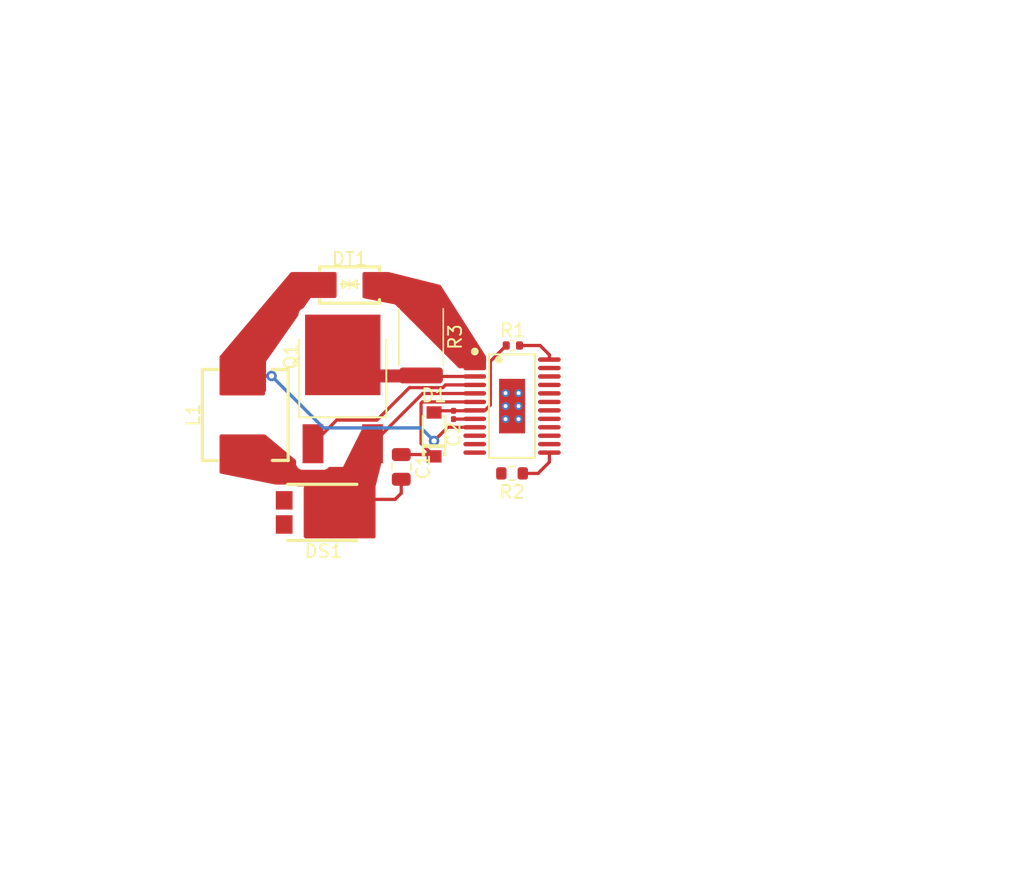
<source format=kicad_pcb>
(kicad_pcb (version 20240108) (generator "pcbnew") (generator_version "8.0")
  (layers (0 "F.Cu" signal) (31 "B.Cu" signal) (34 "B.Paste" user) (35 "F.Paste" user) (36 "B.SilkS" user "B.Silkscreen") (37 "F.SilkS" user "F.Silkscreen") (38 "B.Mask" user) (39 "F.Mask" user) (44 "Edge.Cuts" user))
  (net 0 "")
  (net 1 "gnd")
  (net 2 "sck")
  (net 3 "cs")
  (net 4 "ep")
  (net 5 "mosi")
  (net 6 "vled2")
  (net 7 "pwm_1")
  (net 8 "en_uv")
  (net 9 "miso")
  (net 10 "vcc")
  (net 11 "vcc-1")
  (net 12 "vcc-2")
  (net 13 "vcc2")
  (net 14 "boot2")
  (net 15 "vcc1")
  (net 16 "boot1")
  (net 17 "csn2")
  (net 18 "gate2")
  (net 19 "gate1")
  (net 20 "csn1")
  (net 21 "sw2")
  (net 22 "sw1")
  (net 23 "pwm2")
  (net 24 "csp2")
  (footprint "lib:C0805" (layer "F.Cu") (at 123.9775 70.5 -90)
    (property "Reference" "C1" (at 0 -1.68 90) (layer "F.SilkS"))
    (property "Value" "50V 150nF X7R ±10% 0805  Multilayer Ceramic Capacitors MLCC - SMD/SMT ROHS")
    (fp_line (start -0.261252 0.735) (end 0.261252 0.735) (stroke (width 0.12)) (layer "F.SilkS"))
    (fp_line (start -0.261252 -0.735) (end 0.261252 -0.735) (stroke (width 0.12)) (layer "F.SilkS"))
    (pad "1" smd roundrect (at -0.95 0 270) (size 1 1.45) (layers "F.Cu" "F.Paste" "F.Mask") (net 16 "boot1"))
    (pad "2" smd roundrect (at 0.95 0 270) (size 1 1.45) (layers "F.Cu" "F.Paste" "F.Mask") (net 22 "sw1"))
  )
  (footprint "lib:TO-277B-3_L5.4-W4.1-P1.85-LS6.5-TR" (layer "F.Cu") (at 117.0225 74 180)
    (property "Reference" "DS1" (at -0.9775 -3 360) (layer "F.SilkS"))
    (property "Value" "?")
    (fp_line (start 1.79 -2.16) (end -3.54 -2.16) (stroke (width 0.25)) (layer "F.SilkS"))
    (fp_line (start -3.54 2.16) (end 1.79 2.16) (stroke (width 0.25)) (layer "F.SilkS"))
    (pad "1" smd rect (at 2.05 -0.93 180) (size 1.29 1.42) (layers "F.Cu" "F.Paste" "F.Mask") (net 1 "gnd"))
    (pad "2" smd rect (at -2.05 0 180) (size 5.2 3.8) (layers "F.Cu" "F.Paste" "F.Mask") (net 22 "sw1"))
    (pad "3" smd rect (at 2.05 0.93 180) (size 1.29 1.42) (layers "F.Cu" "F.Paste" "F.Mask") (net 1 "gnd"))
  )
  (footprint "lib:HTSSOP-24_L7.8-W4.4-P0.65-BL-EP" (layer "F.Cu") (at 132.5 65.82 -90)
    (property "Reference" "U1" (hide yes))
    (property "Value" "?")
    (fp_line (start -3.98 1.77) (end -3.98 -1.77) (stroke (width 0.15)) (layer "F.SilkS"))
    (fp_line (start 3.98 1.77) (end -3.98 1.77) (stroke (width 0.15)) (layer "F.SilkS"))
    (fp_line (start -3.98 -1.77) (end 3.98 -1.77) (stroke (width 0.15)) (layer "F.SilkS"))
    (fp_line (start 3.98 -1.77) (end 3.98 1.77) (stroke (width 0.15)) (layer "F.SilkS"))
    (fp_circle (center -4.2 2.87) (end -4.05 2.87) (stroke (width 0.3)) (fill none) (layer "F.SilkS"))
    (fp_circle (center -3.58 1.02) (end -3.43 1.02) (stroke (width 0.3)) (fill none) (layer "F.SilkS"))
    (pad "" thru_hole circle (at -1 -0.5 270) (size 0.61 0.61) (drill 0.3) (layers "*.Cu" "*.Paste" "*.Mask"))
    (pad "" thru_hole circle (at -1 0.5 270) (size 0.61 0.61) (drill 0.3) (layers "*.Cu" "*.Paste" "*.Mask"))
    (pad "" thru_hole circle (at 0 -0.5 270) (size 0.61 0.61) (drill 0.3) (layers "*.Cu" "*.Paste" "*.Mask"))
    (pad "" thru_hole circle (at 0 0.5 270) (size 0.61 0.61) (drill 0.3) (layers "*.Cu" "*.Paste" "*.Mask"))
    (pad "" thru_hole circle (at 1 -0.5 270) (size 0.61 0.61) (drill 0.3) (layers "*.Cu" "*.Paste" "*.Mask"))
    (pad "" thru_hole circle (at 1 0.5 270) (size 0.61 0.61) (drill 0.3) (layers "*.Cu" "*.Paste" "*.Mask"))
    (pad "1" smd oval (at -3.58 2.87 270) (size 0.34 1.75) (layers "F.Cu" "F.Paste" "F.Mask") (net 11 "vcc-1"))
    (pad "2" smd oval (at -2.93 2.87 270) (size 0.34 1.75) (layers "F.Cu" "F.Paste" "F.Mask") (net 11 "vcc-1"))
    (pad "3" smd oval (at -2.28 2.87 270) (size 0.34 1.75) (layers "F.Cu" "F.Paste" "F.Mask") (net 20 "csn1"))
    (pad "4" smd oval (at -1.63 2.87 270) (size 0.34 1.75) (layers "F.Cu" "F.Paste" "F.Mask") (net 19 "gate1"))
    (pad "5" smd oval (at -0.98 2.87 270) (size 0.34 1.75) (layers "F.Cu" "F.Paste" "F.Mask") (net 22 "sw1"))
    (pad "6" smd oval (at -0.32 2.87 270) (size 0.34 1.75) (layers "F.Cu" "F.Paste" "F.Mask") (net 16 "boot1"))
    (pad "7" smd oval (at 0.33 2.87 270) (size 0.34 1.75) (layers "F.Cu" "F.Paste" "F.Mask") (net 15 "vcc1"))
    (pad "8" smd oval (at 0.98 2.87 270) (size 0.34 1.75) (layers "F.Cu" "F.Paste" "F.Mask") (net 1 "gnd"))
    (pad "9" smd oval (at 1.63 2.87 270) (size 0.34 1.75) (layers "F.Cu" "F.Paste" "F.Mask") (net 12 "vcc-2"))
    (pad "10" smd oval (at 2.28 2.87 270) (size 0.34 1.75) (layers "F.Cu" "F.Paste" "F.Mask") (net 7 "pwm_1"))
    (pad "11" smd oval (at 2.93 2.87 270) (size 0.34 1.75) (layers "F.Cu" "F.Paste" "F.Mask") (net 3 "cs"))
    (pad "12" smd oval (at 3.58 2.87 270) (size 0.34 1.75) (layers "F.Cu" "F.Paste" "F.Mask") (net 2 "sck"))
    (pad "13" smd oval (at 3.58 -2.87 270) (size 0.34 1.75) (layers "F.Cu" "F.Paste" "F.Mask") (net 9 "miso"))
    (pad "14" smd oval (at 2.93 -2.87 270) (size 0.34 1.75) (layers "F.Cu" "F.Paste" "F.Mask") (net 5 "mosi"))
    (pad "15" smd oval (at 2.28 -2.87 270) (size 0.34 1.75) (layers "F.Cu" "F.Paste" "F.Mask") (net 23 "pwm2"))
    (pad "16" smd oval (at 1.63 -2.87 270) (size 0.34 1.75) (layers "F.Cu" "F.Paste" "F.Mask") (net 6 "vled2"))
    (pad "17" smd oval (at 0.98 -2.87 270) (size 0.34 1.75) (layers "F.Cu" "F.Paste" "F.Mask") (net 1 "gnd"))
    (pad "18" smd oval (at 0.33 -2.87 270) (size 0.34 1.75) (layers "F.Cu" "F.Paste" "F.Mask") (net 13 "vcc2"))
    (pad "19" smd oval (at -0.32 -2.87 270) (size 0.34 1.75) (layers "F.Cu" "F.Paste" "F.Mask") (net 14 "boot2"))
    (pad "20" smd oval (at -0.98 -2.87 270) (size 0.34 1.75) (layers "F.Cu" "F.Paste" "F.Mask") (net 21 "sw2"))
    (pad "21" smd oval (at -1.63 -2.87 270) (size 0.34 1.75) (layers "F.Cu" "F.Paste" "F.Mask") (net 18 "gate2"))
    (pad "22" smd oval (at -2.28 -2.87 270) (size 0.34 1.75) (layers "F.Cu" "F.Paste" "F.Mask") (net 17 "csn2"))
    (pad "23" smd oval (at -2.93 -2.87 270) (size 0.34 1.75) (layers "F.Cu" "F.Paste" "F.Mask") (net 24 "csp2"))
    (pad "24" smd oval (at -3.58 -2.87 270) (size 0.34 1.75) (layers "F.Cu" "F.Paste" "F.Mask") (net 8 "en_uv"))
    (pad "25" smd rect (at 0 0 270) (size 4.2 2) (layers "F.Cu" "F.Paste" "F.Mask") (net 4 "ep"))
  )
  (footprint "lib:R0402" (layer "F.Cu") (at 132.561051 61.156761 180)
    (property "Reference" "R1" (at 0 1.156761 0) (layer "F.SilkS"))
    (property "Value" "62.5mW Thick Film Resistors 50V ±800ppm/℃ ±1% 0Ω 0402  Chip Resistor - Surface Mount ROHS")
    (fp_line (start -0.153641 0.38) (end 0.153641 0.38) (stroke (width 0.12)) (layer "F.SilkS"))
    (fp_line (start -0.153641 -0.38) (end 0.153641 -0.38) (stroke (width 0.12)) (layer "F.SilkS"))
    (pad "1" smd roundrect (at -0.51 0 180) (size 0.54 0.64) (layers "F.Cu" "F.Paste" "F.Mask") (net 8 "en_uv"))
    (pad "2" smd roundrect (at 0.51 0 180) (size 0.54 0.64) (layers "F.Cu" "F.Paste" "F.Mask") (net 15 "vcc1"))
  )
  (footprint "lib:R2512" (layer "F.Cu") (at 125.5 60.5 -90)
    (property "Reference" "R3" (at 0 -2.62 90) (layer "F.SilkS"))
    (property "Value" "?")
    (fp_line (start -2.177064 1.71) (end 2.177064 1.71) (stroke (width 0.12)) (layer "F.SilkS"))
    (fp_line (start -2.177064 -1.71) (end 2.177064 -1.71) (stroke (width 0.12)) (layer "F.SilkS"))
    (pad "1" smd roundrect (at -2.9625 0 270) (size 1.225 3.35) (layers "F.Cu" "F.Paste" "F.Mask") (roundrect_rratio 0.204082) (net 11 "vcc-1"))
    (pad "2" smd roundrect (at 2.9625 0 270) (size 1.225 3.35) (layers "F.Cu" "F.Paste" "F.Mask") (roundrect_rratio 0.204082) (net 20 "csn1"))
  )
  (footprint "lib:C0201" (layer "F.Cu") (at 128 66.5 -90)
    (property "Reference" "C2" (at 1.5 0 90) (layer "F.SilkS"))
    (property "Value" "6.3V 3uF X5R ±20% 0201  Multilayer Ceramic Capacitors MLCC - SMD/SMT ROHS")
    (pad "1" smd roundrect (at -0.32 0 270) (size 0.46 0.4) (layers "F.Cu" "F.Mask") (net 15 "vcc1"))
    (pad "2" smd roundrect (at 0.32 0 270) (size 0.46 0.4) (layers "F.Cu" "F.Mask") (net 1 "gnd"))
  )
  (footprint "lib:IND-SMD_L7.0-W6.6" (layer "F.Cu") (at 111.9775 66.5 90)
    (property "Reference" "L1" (at 0 -4 90) (layer "F.SilkS"))
    (property "Value" "?")
    (fp_line (start 3.5 -3.3) (end 3.5 -2.09) (stroke (width 0.25)) (layer "F.SilkS"))
    (fp_line (start 3.48 -3.3) (end 3.5 -3.28) (stroke (width 0.25)) (layer "F.SilkS"))
    (fp_line (start -3.5 -3.3) (end 3.48 -3.3) (stroke (width 0.25)) (layer "F.SilkS"))
    (fp_line (start -3.5 -2.09) (end -3.5 -3.3) (stroke (width 0.25)) (layer "F.SilkS"))
    (fp_line (start 3.5 2.08) (end 3.5 3.3) (stroke (width 0.25)) (layer "F.SilkS"))
    (fp_line (start 3.5 3.3) (end -3.49 3.3) (stroke (width 0.25)) (layer "F.SilkS"))
    (fp_line (start -3.49 3.3) (end -3.5 3.3) (stroke (width 0.25)) (layer "F.SilkS"))
    (fp_line (start -3.5 3.3) (end -3.5 2.08) (stroke (width 0.25)) (layer "F.SilkS"))
    (pad "1" smd rect (at -3 0 90) (size 2.4 3.2) (layers "F.Cu" "F.Paste" "F.Mask") (net 22 "sw1"))
    (pad "2" smd rect (at 3 0 90) (size 2.4 3.2) (layers "F.Cu" "F.Paste" "F.Mask") (net 12 "vcc-2"))
  )
  (footprint "lib:SOD-123_L2.8-W1.8-LS3.7-RD" (layer "F.Cu") (at 126.5 68 90)
    (property "Reference" "D1" (at 3 0 360) (layer "F.SilkS"))
    (property "Value" "?")
    (fp_line (start 1.41 -0.87) (end 1.41 -0.7) (stroke (width 0.15)) (layer "F.SilkS"))
    (fp_line (start -0.83 -0.87) (end -0.83 0.87) (stroke (width 0.15)) (layer "F.SilkS"))
    (fp_line (start -0.97 -0.87) (end -0.97 0.87) (stroke (width 0.15)) (layer "F.SilkS"))
    (fp_line (start -1.41 -0.87) (end 1.41 -0.87) (stroke (width 0.15)) (layer "F.SilkS"))
    (fp_line (start -1.41 -0.87) (end -1.41 -0.76) (stroke (width 0.15)) (layer "F.SilkS"))
    (fp_line (start -1.58 -0.87) (end -1.41 -0.87) (stroke (width 0.15)) (layer "F.SilkS"))
    (fp_line (start -1.58 -0.76) (end -1.58 -0.87) (stroke (width 0.15)) (layer "F.SilkS"))
    (fp_line (start -1.58 -0.76) (end -1.41 -0.76) (stroke (width 0.15)) (layer "F.SilkS"))
    (fp_line (start -1.41 0.76) (end -1.41 0.87) (stroke (width 0.15)) (layer "F.SilkS"))
    (fp_line (start -1.58 0.76) (end -1.41 0.76) (stroke (width 0.15)) (layer "F.SilkS"))
    (fp_line (start 1.41 0.87) (end 1.41 0.7) (stroke (width 0.15)) (layer "F.SilkS"))
    (fp_line (start -1.41 0.87) (end 1.41 0.87) (stroke (width 0.15)) (layer "F.SilkS"))
    (fp_line (start -1.41 0.87) (end -1.58 0.87) (stroke (width 0.15)) (layer "F.SilkS"))
    (fp_line (start -1.58 0.87) (end -1.58 0.76) (stroke (width 0.15)) (layer "F.SilkS"))
    (pad "1" smd rect (at -1.69 0 90) (size 0.95 1.15) (layers "F.Cu" "F.Paste" "F.Mask") (net 16 "boot1"))
    (pad "2" smd rect (at 1.69 0 90) (size 0.95 1.15) (layers "F.Cu" "F.Paste" "F.Mask") (net 15 "vcc1"))
  )
  (footprint "lib:SMA_L4.4-W2.6-LS5.0-BI" (layer "F.Cu") (at 120 56.5 180)
    (property "Reference" "DT1" (at 0 2 0) (layer "F.SilkS"))
    (property "Value" "?")
    (fp_line (start 2.3 1.13) (end 2.3 1.4) (stroke (width 0.25)) (layer "F.SilkS"))
    (fp_line (start 2.3 -1.4) (end 2.3 -1.13) (stroke (width 0.25)) (layer "F.SilkS"))
    (fp_line (start 0.57 -0.25) (end 0.57 0.35) (stroke (width 0.13)) (layer "F.SilkS"))
    (fp_line (start 0.57 -0.25) (end 0 0.05) (stroke (width 0.13)) (layer "F.SilkS"))
    (fp_line (start 0.54 0.35) (end 0 0.05) (stroke (width 0.13)) (layer "F.SilkS"))
    (fp_line (start 0 0.05) (end 0 0.43) (stroke (width 0.13)) (layer "F.SilkS"))
    (fp_line (start 0 0.05) (end 0 -0.33) (stroke (width 0.13)) (layer "F.SilkS"))
    (fp_line (start -0.53 0.36) (end 0 0.05) (stroke (width 0.13)) (layer "F.SilkS"))
    (fp_line (start -0.59 -0.24) (end 0 0.05) (stroke (width 0.13)) (layer "F.SilkS"))
    (fp_line (start -0.59 -0.24) (end -0.59 0.36) (stroke (width 0.13)) (layer "F.SilkS"))
    (fp_line (start -0.76 0.06) (end 0.73 0.06) (stroke (width 0.13)) (layer "F.SilkS"))
    (fp_line (start -2.3 1.4) (end 2.3 1.4) (stroke (width 0.25)) (layer "F.SilkS"))
    (fp_line (start -2.3 1.13) (end -2.3 1.4) (stroke (width 0.25)) (layer "F.SilkS"))
    (fp_line (start -2.3 -1.4) (end 2.3 -1.4) (stroke (width 0.25)) (layer "F.SilkS"))
    (fp_line (start -2.3 -1.4) (end -2.3 -1.13) (stroke (width 0.25)) (layer "F.SilkS"))
    (pad "1" smd rect (at -2 0 180) (size 2 1.8) (layers "F.Cu" "F.Paste" "F.Mask") (net 11 "vcc-1"))
    (pad "2" smd rect (at 2 0 180) (size 2 1.8) (layers "F.Cu" "F.Paste" "F.Mask") (net 12 "vcc-2"))
  )
  (footprint "lib:R0603" (layer "F.Cu") (at 132.5 71 180)
    (property "Reference" "R2" (at 0 -1.43 0) (layer "F.SilkS"))
    (property "Value" "100mW Thick Film Resistors 75V ±100ppm/℃ ±1% 10kΩ 0603  Chip Resistor - Surface Mount ROHS")
    (fp_line (start -0.237258 0.5225) (end 0.237258 0.5225) (stroke (width 0.12)) (layer "F.SilkS"))
    (fp_line (start -0.237258 -0.5225) (end 0.237258 -0.5225) (stroke (width 0.12)) (layer "F.SilkS"))
    (pad "1" smd roundrect (at -0.825 0 180) (size 0.8 0.95) (layers "F.Cu" "F.Paste" "F.Mask") (net 9 "miso"))
    (pad "2" smd roundrect (at 0.825 0 180) (size 0.8 0.95) (layers "F.Cu" "F.Paste" "F.Mask") (net 10 "vcc"))
  )
  (footprint "lib:TO-252-2_L6.6-W6.1-P4.57-LS9.9-BR-CW" (layer "F.Cu") (at 119.4775 65.3 -90)
    (property "Reference" "Q1" (at -3.3 4 90) (layer "F.SilkS"))
    (property "Value" "?")
    (fp_line (start -4.58 3.35) (end 1.38 3.35) (stroke (width 0.15)) (layer "F.SilkS"))
    (fp_line (start 1.38 3.35) (end 1.38 -3.35) (stroke (width 0.15)) (layer "F.SilkS"))
    (fp_line (start -4.58 -3.35) (end 1.38 -3.35) (stroke (width 0.15)) (layer "F.SilkS"))
    (pad "1" smd rect (at 3.42 2.29 270) (size 3 1.6) (layers "F.Cu" "F.Paste" "F.Mask") (net 19 "gate1"))
    (pad "2" smd rect (at -3.42 0 270) (size 6.2 5.8) (layers "F.Cu" "F.Paste" "F.Mask") (net 20 "csn1"))
    (pad "3" smd rect (at 3.42 -2.29 270) (size 3 1.6) (layers "F.Cu" "F.Paste" "F.Mask") (net 22 "sw1"))
  )
  (segment (start 129.61 66.82) (end 129.63 66.8) (width 0.25) (layer "F.Cu") (net 1))
  (segment (start 128 66.82) (end 129.61 66.82) (width 0.25) (layer "F.Cu") (net 1))
  (segment (start 135.37 62.24) (end 135.37 61.87) (width 0.25) (layer "F.Cu") (net 8))
  (segment (start 135.37 61.87) (end 134.656761 61.156761) (width 0.25) (layer "F.Cu") (net 8))
  (segment (start 134.656761 61.156761) (end 133.071051 61.156761) (width 0.25) (layer "F.Cu") (net 8))
  (segment (start 134.5 71) (end 133.325 71) (width 0.25) (layer "F.Cu") (net 9))
  (segment (start 135.37 69.4) (end 135.37 70.13) (width 0.25) (layer "F.Cu") (net 9))
  (segment (start 135.37 70.13) (end 134.5 71) (width 0.25) (layer "F.Cu") (net 9))
  (segment (start 114 63.5) (end 111.9775 63.5) (width 0.25) (layer "F.Cu") (net 12))
  (segment (start 127.55 67.45) (end 129.63 67.45) (width 0.25) (layer "F.Cu") (net 12))
  (segment (start 126.5 68.5) (end 127.55 67.45) (width 0.25) (layer "F.Cu") (net 12))
  (via (at 126.5 68.5) (size 0.8) (drill 0.4) (layers "F.Cu" "B.Cu") (net 12))
  (via (at 114 63.5) (size 0.8) (drill 0.4) (layers "F.Cu" "B.Cu") (net 12))
  (segment (start 118 67.5) (end 114 63.5) (width 0.25) (layer "B.Cu") (net 12))
  (segment (start 126.5 68.5) (end 125.5 67.5) (width 0.25) (layer "B.Cu") (net 12))
  (segment (start 125.5 67.5) (end 118 67.5) (width 0.25) (layer "B.Cu") (net 12))
  (segment (start 126.5 66.31) (end 126.63 66.18) (width 0.25) (layer "F.Cu") (net 15))
  (segment (start 130.415 66.15) (end 129.63 66.15) (width 0.25) (layer "F.Cu") (net 15))
  (segment (start 129.6 66.18) (end 129.63 66.15) (width 0.25) (layer "F.Cu") (net 15))
  (segment (start 132.051051 61.156761) (end 130.83 62.377812) (width 0.25) (layer "F.Cu") (net 15))
  (segment (start 126.63 66.18) (end 128 66.18) (width 0.25) (layer "F.Cu") (net 15))
  (segment (start 130.83 65.735) (end 130.415 66.15) (width 0.25) (layer "F.Cu") (net 15))
  (segment (start 128 66.18) (end 129.6 66.18) (width 0.25) (layer "F.Cu") (net 15))
  (segment (start 130.83 62.377812) (end 130.83 65.735) (width 0.25) (layer "F.Cu") (net 15))
  (segment (start 125.5 68.69) (end 126.5 69.69) (width 0.25) (layer "F.Cu") (net 16))
  (segment (start 123.9775 69.55) (end 126.36 69.55) (width 0.25) (layer "F.Cu") (net 16))
  (segment (start 125.5 65.61) (end 125.5 68.69) (width 0.25) (layer "F.Cu") (net 16))
  (segment (start 129.63 65.5) (end 125.61 65.5) (width 0.25) (layer "F.Cu") (net 16))
  (segment (start 125.61 65.5) (end 125.5 65.61) (width 0.25) (layer "F.Cu") (net 16))
  (segment (start 126.36 69.55) (end 126.5 69.69) (width 0.25) (layer "F.Cu") (net 16))
  (segment (start 127.3801 64.19) (end 129.63 64.19) (width 0.25) (layer "F.Cu") (net 19))
  (segment (start 119.0125 66.895) (end 122.105 66.895) (width 0.25) (layer "F.Cu") (net 19))
  (segment (start 124.6 64.4) (end 127.1701 64.4) (width 0.25) (layer "F.Cu") (net 19))
  (segment (start 117.1875 68.72) (end 119.0125 66.895) (width 0.25) (layer "F.Cu") (net 19))
  (segment (start 122.105 66.895) (end 124.6 64.4) (width 0.25) (layer "F.Cu") (net 19))
  (segment (start 127.1701 64.4) (end 127.3801 64.19) (width 0.25) (layer "F.Cu") (net 19))
  (segment (start 125.5775 63.54) (end 125.5 63.4625) (width 0.25) (layer "F.Cu") (net 20))
  (segment (start 129.63 63.54) (end 125.5775 63.54) (width 0.25) (layer "F.Cu") (net 20))
  (segment (start 129.63 64.84) (end 129.62 64.85) (width 0.25) (layer "F.Cu") (net 22))
  (segment (start 121.7675 68.706104) (end 121.7675 68.72) (width 0.25) (layer "F.Cu") (net 22))
  (segment (start 123.5 73) (end 120.05 73) (width 0.25) (layer "F.Cu") (net 22))
  (segment (start 125.623604 64.85) (end 121.7675 68.706104) (width 0.25) (layer "F.Cu") (net 22))
  (segment (start 123.9775 71.45) (end 123.9775 72.5225) (width 0.25) (layer "F.Cu") (net 22))
  (segment (start 123.9775 72.5225) (end 123.5 73) (width 0.25) (layer "F.Cu") (net 22))
  (segment (start 129.62 64.85) (end 125.623604 64.85) (width 0.25) (layer "F.Cu") (net 22))
  (zone (net 22) (net_name "sw1") (layer "F.Cu") (connect_pads yes (clearance 0.5)) (min_thickness 0.25) (fill yes (thermal_gap 0.5) (thermal_bridge_width 0.5))
    (polygon (pts (xy 110 68) (xy 110 71) (xy 115 72) (xy 116.5 72) (xy 116.5 76) (xy 122 76) (xy 122 72) (xy 122.5 70) (xy 122.5 67.5) (xy 121 67.5) (xy 119.5 70.5) (xy 116.5 70.5) (xy 113.5 68)))
  )
  (zone (net 12) (net_name "vcc-2") (layer "F.Cu") (priority 1) (connect_pads yes (clearance 0.5)) (min_thickness 0.25) (fill yes (thermal_gap 0.5) (thermal_bridge_width 0.5))
    (polygon (pts (xy 119 55.5) (xy 119 57.5) (xy 117 57.5) (xy 113.5 62.5) (xy 113.5 65) (xy 110 65) (xy 110 62) (xy 115.5 55.5)))
  )
  (zone (net 20) (net_name "csn1") (layer "F.Cu") (priority 2) (connect_pads yes (clearance 0.5)) (min_thickness 0.25) (fill yes (thermal_gap 0.5) (thermal_bridge_width 0.5))
    (polygon (pts (xy 121 63) (xy 121 64) (xy 127 64) (xy 127 63)))
  )
  (zone (net 11) (net_name "vcc-1") (layer "F.Cu") (priority 3) (connect_pads yes (clearance 0.5)) (min_thickness 0.25) (fill yes (thermal_gap 0.5) (thermal_bridge_width 0.5))
    (polygon (pts (xy 121 55.5) (xy 121 57.5) (xy 123.5 58) (xy 128.5 63) (xy 130.5 63) (xy 130.5 62) (xy 127 56.5) (xy 123 55.5)))
  )
)
</source>
